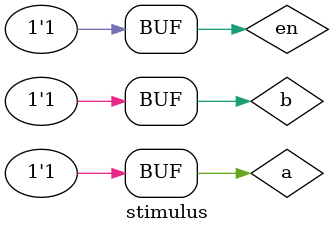
<source format=v>
`timescale 1ns / 1ps


module Decoder24(d,a,b,en);
output [3:0]d;
input a,b,en;
wire abar,bbar,enbar;
not n1(abar,a), n2(bbar,b), n3(enbar,en);
and a1(d[0],abar,bbar,enbar), a2(d[1],abar,b,enbar), a3(d[2],a,bbar,enbar), a4(d[3],a,b,enbar);
endmodule

module stimulus;
reg a,b,en;
wire [3:0]d;
Decoder24 uut(d,a,b,en);
initial
begin
a=0;b=0;en=0;
#10 a=0;b=1;en=0;
#10 a=1;b=0;en=0;
#10 a=1;b=1;en=0;
#10 a=0;b=0;en=1;
#10 a=0;b=1;en=1;
#10 a=1;b=0;en=1;
#10 a=1;b=1;en=1;
end
endmodule

</source>
